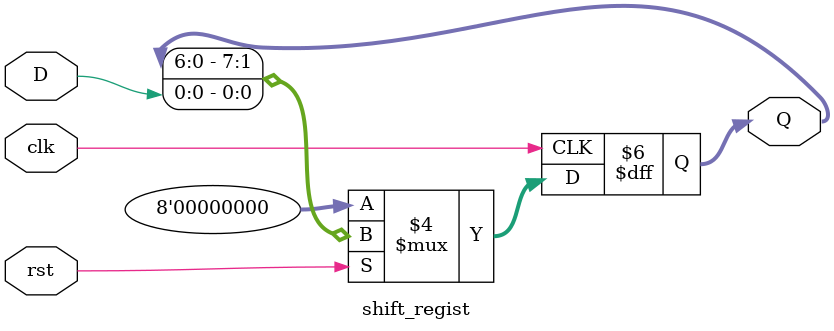
<source format=v>
module shift_regist(Q,D,rst,clk);
	output [7:0]Q;
	input D,rst,clk;
	reg [7:0]Q;
	always @(posedge clk) 
	begin
	if (!rst) 
		Q<=8'b00000000;
	else      
		Q<={Q[6:0],D};
	end
endmodule

</source>
